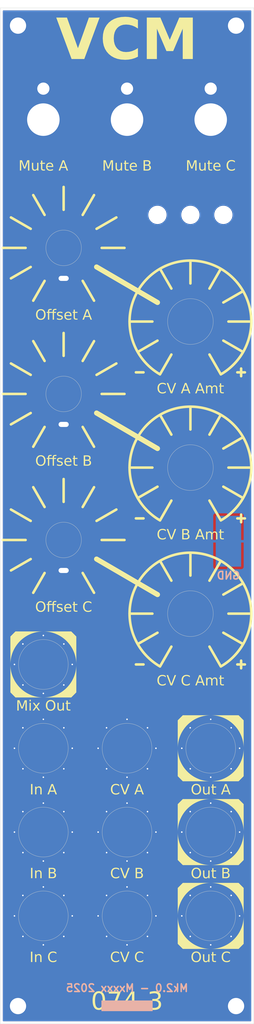
<source format=kicad_pcb>
(kicad_pcb (version 20241229) (generator "pcbnew") (generator_version "9.0")
  (title_block (title "Kosmo Format Front Panel - 5 cm") (company "DMH Instruments"))
  (layers (0 "F.Cu" signal) (2 "B.Cu" signal) (13 "F.Paste" user) (15 "B.Paste" user) (5 "F.SilkS" user "F.Silkscreen") (7 "B.SilkS" user "B.Silkscreen") (1 "F.Mask" user) (3 "B.Mask" user) (25 "Edge.Cuts" user))
  (net 0 "")
  (net 1 "GND")
  (footprint "SynthStuff:Pot_Cutout_Tiny" (layer "F.Cu") (at 62.5 134.75)
    (property "Reference" "H13")
    (property "Value" "Offset C" (at 0 13.3 0) (layer "F.SilkS") (effects (font (size 2 2))))
    (fp_line (start -7.499998 0) (end -12 0) (stroke (width 0.5)) (layer "F.SilkS"))
    (fp_line (start -6.49301 -3.753771) (end -10.394285 -5.996567) (stroke (width 0.5)) (layer "F.SilkS"))
    (fp_line (start -6.49301 3.753772) (end -10.394227 5.996669) (stroke (width 0.5)) (layer "F.SilkS"))
    (fp_line (start -3.753772 -6.49301) (end -5.996669 -10.394227) (stroke (width 0.5)) (layer "F.SilkS"))
    (fp_line (start -3.753771 6.49301) (end -5.996567 10.394285) (stroke (width 0.5)) (layer "F.SilkS"))
    (fp_line (start 0 -7.5) (end 0 -12) (stroke (width 0.5)) (layer "F.SilkS"))
    (fp_line (start 3.753771 -6.49301) (end 5.996567 -10.394285) (stroke (width 0.5)) (layer "F.SilkS"))
    (fp_line (start 3.753772 6.49301) (end 5.996669 10.394227) (stroke (width 0.5)) (layer "F.SilkS"))
    (fp_line (start 6.49301 -3.753772) (end 10.394227 -5.996669) (stroke (width 0.5)) (layer "F.SilkS"))
    (fp_line (start 6.49301 3.753771) (end 10.394285 5.996567) (stroke (width 0.5)) (layer "F.SilkS"))
    (fp_line (start 7.5 0) (end 12 0) (stroke (width 0.5)) (layer "F.SilkS"))
    (fp_circle (center 0 0) (end 0 3.5) (stroke (width 0.05)) (fill no) (layer "Edge.Cuts"))
    (pad "1" connect circle (at 0 0) (size 12 12) (layers "F.Cu" "F.Mask") (net 1 "GND"))
    (pad "1" connect circle (at 0 0) (size 12 12) (layers "B.Cu" "B.Mask") (net 1 "GND"))
    (pad "1" thru_hole oval (at 0 6) (size 2.5 1.5) (drill oval 2 1) (layers "*.Cu" "*.Mask") (net 1 "GND"))
  )
  (footprint "SynthStuff:MountingHole_Rails" (layer "F.Cu") (at 53.5 226.5)
    (property "Reference" "H3")
    (property "Value" "MountingHole_Rails" (hide yes))
    (pad "1" thru_hole circle (at 0 0) (size 4 4) (drill 3.2) (layers "*.Cu" "*.Mask") (net 1 "GND"))
  )
  (footprint "SynthStuff:Pot_Cutout_Tiny_attv_P110KH1" (layer "F.Cu") (at 87.5 149.25)
    (property "Reference" "H26")
    (property "Value" "CV C Amt" (at 0 13.3 0) (layer "F.SilkS") (effects (font (size 2 2))))
    (fp_line (start -10.75 10) (end -9.25 10) (stroke (width 0.5)) (layer "F.SilkS"))
    (fp_line (start -7.499998 0) (end -12 0) (stroke (width 0.5)) (layer "F.SilkS"))
    (fp_line (start -6.49301 -3.753771) (end -10.394285 -5.996567) (stroke (width 0.5)) (layer "F.SilkS"))
    (fp_line (start -6.49301 3.753772) (end -10.394227 5.996669) (stroke (width 0.5)) (layer "F.SilkS"))
    (fp_line (start -3.753772 -6.49301) (end -5.996669 -10.394227) (stroke (width 0.5)) (layer "F.SilkS"))
    (fp_line (start -3.753771 6.49301) (end -5.996567 10.394285) (stroke (width 0.5)) (layer "F.SilkS"))
    (fp_line (start 0 -7.5) (end 0 -12) (stroke (width 0.5)) (layer "F.SilkS"))
    (fp_line (start 3.753771 -6.49301) (end 5.996567 -10.394285) (stroke (width 0.5)) (layer "F.SilkS"))
    (fp_line (start 3.753772 6.49301) (end 5.996669 10.394227) (stroke (width 0.5)) (layer "F.SilkS"))
    (fp_line (start 6.49301 -3.753772) (end 10.394227 -5.996669) (stroke (width 0.5)) (layer "F.SilkS"))
    (fp_line (start 6.49301 3.753771) (end 10.394285 5.996567) (stroke (width 0.5)) (layer "F.SilkS"))
    (fp_line (start 7.5 0) (end 12 0) (stroke (width 0.5)) (layer "F.SilkS"))
    (fp_line (start 9.25 10) (end 10.75 10) (stroke (width 0.5)) (layer "F.SilkS"))
    (fp_line (start 10 10.75) (end 10 9.25) (stroke (width 0.5)) (layer "F.SilkS"))
    (fp_arc (start -5.996567 10.394285) (mid -11.591622 -3.103914) (end 0 -11.999999) (stroke (width 0.5)) (layer "F.SilkS"))
    (fp_arc (start 0 -11.999996) (mid 11.591604 -3.103969) (end 5.996669 10.394227) (stroke (width 0.5)) (layer "F.SilkS"))
    (fp_circle (center 0 0) (end 4.5 0) (stroke (width 0.05)) (fill no) (layer "Edge.Cuts"))
    (pad "1" connect circle (at 0 0) (size 12 12) (layers "F.Cu" "F.Mask") (net 1 "GND"))
    (pad "1" connect circle (at 0 0) (size 12 12) (layers "B.Cu" "B.Mask") (net 1 "GND"))
  )
  (footprint "SynthStuff:Jack_6.35mm_Cutout_Output_v6" (layer "F.Cu") (at 91.5 192.25)
    (property "Reference" "H11")
    (property "Value" "Out B" (at 0 8.25 0) (layer "F.SilkS") (effects (font (size 2 2))))
    (fp_poly (pts (xy -6.5 5.5) (arc (start -6.5 0) (mid -4.596194 4.596194) (end 0 6.5)) (xy -5.5 6.5)) (fill yes) (layer "F.SilkS"))
    (fp_poly (pts (xy -5.5 -6.5) (arc (start 0 -6.5) (mid -4.596194 -4.596194) (end -6.5 0)) (xy -6.5 -5.5)) (fill yes) (layer "F.SilkS"))
    (fp_poly (pts (xy 5.5 6.5) (arc (start 0 6.5) (mid 4.596194 4.596194) (end 6.5 0)) (xy 6.5 5.5)) (fill yes) (layer "F.SilkS"))
    (fp_poly (pts (xy 6.5 -5.5) (arc (start 6.5 0) (mid 4.596194 -4.596194) (end 0 -6.5)) (xy 5.5 -6.5)) (fill yes) (layer "F.SilkS"))
    (fp_circle (center 0 0) (end 0 -4.9) (stroke (width 0.05)) (fill no) (layer "Edge.Cuts"))
    (pad "1" thru_hole circle (at -5.7 0) (size 0.5 0.5) (drill 0.3) (layers "*.Cu" "*.Mask") (net 1 "GND"))
    (pad "1" thru_hole circle (at -4.04 -4.03) (size 0.5 0.5) (drill 0.3) (layers "*.Cu" "*.Mask") (net 1 "GND"))
    (pad "1" thru_hole circle (at -4.03 4.04) (size 0.5 0.5) (drill 0.3) (layers "*.Cu" "*.Mask") (net 1 "GND"))
    (pad "1" thru_hole circle (at 0 -5.7) (size 0.5 0.5) (drill 0.3) (layers "*.Cu" "*.Mask") (net 1 "GND"))
    (pad "1" connect circle (at 0 0) (size 12 12) (layers "F.Cu" "F.Mask") (net 1 "GND"))
    (pad "1" connect circle (at 0 0) (size 12 12) (layers "B.Cu" "B.Mask") (net 1 "GND"))
    (pad "1" thru_hole circle (at 0 5.7) (size 0.5 0.5) (drill 0.3) (layers "*.Cu" "*.Mask") (net 1 "GND"))
    (pad "1" thru_hole circle (at 4.03 4.04) (size 0.5 0.5) (drill 0.3) (layers "*.Cu" "*.Mask") (net 1 "GND"))
    (pad "1" thru_hole circle (at 4.04 -4.03) (size 0.5 0.5) (drill 0.3) (layers "*.Cu" "*.Mask") (net 1 "GND"))
    (pad "1" thru_hole circle (at 5.7 0) (size 0.5 0.5) (drill 0.3) (layers "*.Cu" "*.Mask") (net 1 "GND"))
  )
  (footprint "SynthStuff:MountingHole_LED_3mm" (layer "F.Cu") (at 87.5 70.75)
    (property "Reference" "H22" (hide yes))
    (property "Value" "LED" (hide yes))
    (pad "" np_thru_hole circle (at 0 0) (size 3.1 3.1) (drill 3.1) (layers "*.Cu" "*.Mask"))
  )
  (footprint "SynthStuff:Jack_6.35mm_Cutout_Output_v6" (layer "F.Cu") (at 91.5 175.75)
    (property "Reference" "H7")
    (property "Value" "Out A" (at 0 8.25 0) (layer "F.SilkS") (effects (font (size 2 2))))
    (fp_poly (pts (xy -6.5 5.5) (arc (start -6.5 0) (mid -4.596194 4.596194) (end 0 6.5)) (xy -5.5 6.5)) (fill yes) (layer "F.SilkS"))
    (fp_poly (pts (xy -5.5 -6.5) (arc (start 0 -6.5) (mid -4.596194 -4.596194) (end -6.5 0)) (xy -6.5 -5.5)) (fill yes) (layer "F.SilkS"))
    (fp_poly (pts (xy 5.5 6.5) (arc (start 0 6.5) (mid 4.596194 4.596194) (end 6.5 0)) (xy 6.5 5.5)) (fill yes) (layer "F.SilkS"))
    (fp_poly (pts (xy 6.5 -5.5) (arc (start 6.5 0) (mid 4.596194 -4.596194) (end 0 -6.5)) (xy 5.5 -6.5)) (fill yes) (layer "F.SilkS"))
    (fp_circle (center 0 0) (end 0 -4.9) (stroke (width 0.05)) (fill no) (layer "Edge.Cuts"))
    (pad "1" thru_hole circle (at -5.7 0) (size 0.5 0.5) (drill 0.3) (layers "*.Cu" "*.Mask") (net 1 "GND"))
    (pad "1" thru_hole circle (at -4.04 -4.03) (size 0.5 0.5) (drill 0.3) (layers "*.Cu" "*.Mask") (net 1 "GND"))
    (pad "1" thru_hole circle (at -4.03 4.04) (size 0.5 0.5) (drill 0.3) (layers "*.Cu" "*.Mask") (net 1 "GND"))
    (pad "1" thru_hole circle (at 0 -5.7) (size 0.5 0.5) (drill 0.3) (layers "*.Cu" "*.Mask") (net 1 "GND"))
    (pad "1" connect circle (at 0 0) (size 12 12) (layers "F.Cu" "F.Mask") (net 1 "GND"))
    (pad "1" connect circle (at 0 0) (size 12 12) (layers "B.Cu" "B.Mask") (net 1 "GND"))
    (pad "1" thru_hole circle (at 0 5.7) (size 0.5 0.5) (drill 0.3) (layers "*.Cu" "*.Mask") (net 1 "GND"))
    (pad "1" thru_hole circle (at 4.03 4.04) (size 0.5 0.5) (drill 0.3) (layers "*.Cu" "*.Mask") (net 1 "GND"))
    (pad "1" thru_hole circle (at 4.04 -4.03) (size 0.5 0.5) (drill 0.3) (layers "*.Cu" "*.Mask") (net 1 "GND"))
    (pad "1" thru_hole circle (at 5.7 0) (size 0.5 0.5) (drill 0.3) (layers "*.Cu" "*.Mask") (net 1 "GND"))
  )
  (footprint "SynthStuff:Toggle_Switch_TE_Cutout" (layer "F.Cu") (at 75 52)
    (property "Reference" "H20")
    (property "Value" "Mute B" (at 0 9.2 0) (layer "F.SilkS") (effects (font (size 2 2))))
    (pad "1" thru_hole circle (at 0 -6.1) (size 2.9 2.9) (drill 2.4) (layers "*.Cu" "*.Mask") (net 1 "GND"))
    (pad "1" thru_hole circle (at 0 0) (size 13 13) (drill 6.4) (layers "*.Cu" "*.Mask") (net 1 "GND"))
  )
  (footprint "SynthStuff:Jack_6.35mm_Cutout_v3" (layer "F.Cu") (at 75 208.75)
    (property "Reference" "H16")
    (property "Value" "CV C" (at 0 8.25 0) (layer "F.SilkS") (effects (font (size 2 2))))
    (fp_circle (center 0 0) (end 0 -4.9) (stroke (width 0.05)) (fill no) (layer "Edge.Cuts"))
    (pad "1" thru_hole circle (at -5.7 0) (size 0.5 0.5) (drill 0.3) (layers "*.Cu" "*.Mask") (net 1 "GND"))
    (pad "1" thru_hole circle (at -4.04 -4.03) (size 0.5 0.5) (drill 0.3) (layers "*.Cu" "*.Mask") (net 1 "GND"))
    (pad "1" thru_hole circle (at -4.03 4.04) (size 0.5 0.5) (drill 0.3) (layers "*.Cu" "*.Mask") (net 1 "GND"))
    (pad "1" thru_hole circle (at 0 -5.7) (size 0.5 0.5) (drill 0.3) (layers "*.Cu" "*.Mask") (net 1 "GND"))
    (pad "1" connect circle (at 0 0) (size 12 12) (layers "F.Cu" "F.Mask") (net 1 "GND"))
    (pad "1" connect circle (at 0 0) (size 12 12) (layers "B.Cu" "B.Mask") (net 1 "GND"))
    (pad "1" thru_hole circle (at 0 5.7) (size 0.5 0.5) (drill 0.3) (layers "*.Cu" "*.Mask") (net 1 "GND"))
    (pad "1" thru_hole circle (at 4.03 4.04) (size 0.5 0.5) (drill 0.3) (layers "*.Cu" "*.Mask") (net 1 "GND"))
    (pad "1" thru_hole circle (at 4.04 -4.03) (size 0.5 0.5) (drill 0.3) (layers "*.Cu" "*.Mask") (net 1 "GND"))
    (pad "1" thru_hole circle (at 5.7 0) (size 0.5 0.5) (drill 0.3) (layers "*.Cu" "*.Mask") (net 1 "GND"))
  )
  (footprint "SynthStuff:MountingHole_LED_3mm" (layer "F.Cu") (at 94 70.75)
    (property "Reference" "H23" (hide yes))
    (property "Value" "LED" (hide yes))
    (pad "" np_thru_hole circle (at 0 0) (size 3.1 3.1) (drill 3.1) (layers "*.Cu" "*.Mask"))
  )
  (footprint "SynthStuff:Pot_Cutout_Tiny_attv_P110KH1" (layer "F.Cu") (at 87.5 120.5)
    (property "Reference" "H25")
    (property "Value" "CV B Amt" (at 0 13.3 0) (layer "F.SilkS") (effects (font (size 2 2))))
    (fp_line (start -10.75 10) (end -9.25 10) (stroke (width 0.5)) (layer "F.SilkS"))
    (fp_line (start -7.499998 0) (end -12 0) (stroke (width 0.5)) (layer "F.SilkS"))
    (fp_line (start -6.49301 -3.753771) (end -10.394285 -5.996567) (stroke (width 0.5)) (layer "F.SilkS"))
    (fp_line (start -6.49301 3.753772) (end -10.394227 5.996669) (stroke (width 0.5)) (layer "F.SilkS"))
    (fp_line (start -3.753772 -6.49301) (end -5.996669 -10.394227) (stroke (width 0.5)) (layer "F.SilkS"))
    (fp_line (start -3.753771 6.49301) (end -5.996567 10.394285) (stroke (width 0.5)) (layer "F.SilkS"))
    (fp_line (start 0 -7.5) (end 0 -12) (stroke (width 0.5)) (layer "F.SilkS"))
    (fp_line (start 3.753771 -6.49301) (end 5.996567 -10.394285) (stroke (width 0.5)) (layer "F.SilkS"))
    (fp_line (start 3.753772 6.49301) (end 5.996669 10.394227) (stroke (width 0.5)) (layer "F.SilkS"))
    (fp_line (start 6.49301 -3.753772) (end 10.394227 -5.996669) (stroke (width 0.5)) (layer "F.SilkS"))
    (fp_line (start 6.49301 3.753771) (end 10.394285 5.996567) (stroke (width 0.5)) (layer "F.SilkS"))
    (fp_line (start 7.5 0) (end 12 0) (stroke (width 0.5)) (layer "F.SilkS"))
    (fp_line (start 9.25 10) (end 10.75 10) (stroke (width 0.5)) (layer "F.SilkS"))
    (fp_line (start 10 10.75) (end 10 9.25) (stroke (width 0.5)) (layer "F.SilkS"))
    (fp_arc (start -5.996567 10.394285) (mid -11.591622 -3.103914) (end 0 -11.999999) (stroke (width 0.5)) (layer "F.SilkS"))
    (fp_arc (start 0 -11.999996) (mid 11.591604 -3.103969) (end 5.996669 10.394227) (stroke (width 0.5)) (layer "F.SilkS"))
    (fp_circle (center 0 0) (end 4.5 0) (stroke (width 0.05)) (fill no) (layer "Edge.Cuts"))
    (pad "1" connect circle (at 0 0) (size 12 12) (layers "F.Cu" "F.Mask") (net 1 "GND"))
    (pad "1" connect circle (at 0 0) (size 12 12) (layers "B.Cu" "B.Mask") (net 1 "GND"))
  )
  (footprint "SynthStuff:MountingHole_LED_3mm" (layer "F.Cu") (at 81 70.75)
    (property "Reference" "H17" (hide yes))
    (property "Value" "LED" (hide yes))
    (pad "" np_thru_hole circle (at 0 0) (size 3.1 3.1) (drill 3.1) (layers "*.Cu" "*.Mask"))
  )
  (footprint "SynthStuff:Jack_6.35mm_Cutout_Output_v6" (layer "F.Cu") (at 91.5 208.75)
    (property "Reference" "H15")
    (property "Value" "Out C" (at 0 8.25 0) (layer "F.SilkS") (effects (font (size 2 2))))
    (fp_poly (pts (xy -6.5 5.5) (arc (start -6.5 0) (mid -4.596194 4.596194) (end 0 6.5)) (xy -5.5 6.5)) (fill yes) (layer "F.SilkS"))
    (fp_poly (pts (xy -5.5 -6.5) (arc (start 0 -6.5) (mid -4.596194 -4.596194) (end -6.5 0)) (xy -6.5 -5.5)) (fill yes) (layer "F.SilkS"))
    (fp_poly (pts (xy 5.5 6.5) (arc (start 0 6.5) (mid 4.596194 4.596194) (end 6.5 0)) (xy 6.5 5.5)) (fill yes) (layer "F.SilkS"))
    (fp_poly (pts (xy 6.5 -5.5) (arc (start 6.5 0) (mid 4.596194 -4.596194) (end 0 -6.5)) (xy 5.5 -6.5)) (fill yes) (layer "F.SilkS"))
    (fp_circle (center 0 0) (end 0 -4.9) (stroke (width 0.05)) (fill no) (layer "Edge.Cuts"))
    (pad "1" thru_hole circle (at -5.7 0) (size 0.5 0.5) (drill 0.3) (layers "*.Cu" "*.Mask") (net 1 "GND"))
    (pad "1" thru_hole circle (at -4.04 -4.03) (size 0.5 0.5) (drill 0.3) (layers "*.Cu" "*.Mask") (net 1 "GND"))
    (pad "1" thru_hole circle (at -4.03 4.04) (size 0.5 0.5) (drill 0.3) (layers "*.Cu" "*.Mask") (net 1 "GND"))
    (pad "1" thru_hole circle (at 0 -5.7) (size 0.5 0.5) (drill 0.3) (layers "*.Cu" "*.Mask") (net 1 "GND"))
    (pad "1" connect circle (at 0 0) (size 12 12) (layers "F.Cu" "F.Mask") (net 1 "GND"))
    (pad "1" connect circle (at 0 0) (size 12 12) (layers "B.Cu" "B.Mask") (net 1 "GND"))
    (pad "1" thru_hole circle (at 0 5.7) (size 0.5 0.5) (drill 0.3) (layers "*.Cu" "*.Mask") (net 1 "GND"))
    (pad "1" thru_hole circle (at 4.03 4.04) (size 0.5 0.5) (drill 0.3) (layers "*.Cu" "*.Mask") (net 1 "GND"))
    (pad "1" thru_hole circle (at 4.04 -4.03) (size 0.5 0.5) (drill 0.3) (layers "*.Cu" "*.Mask") (net 1 "GND"))
    (pad "1" thru_hole circle (at 5.7 0) (size 0.5 0.5) (drill 0.3) (layers "*.Cu" "*.Mask") (net 1 "GND"))
  )
  (footprint "SynthStuff:Pot_Cutout_Tiny_attv_P110KH1" (layer "F.Cu") (at 87.5 91.75)
    (property "Reference" "H24")
    (property "Value" "CV A Amt" (at 0 13.3 0) (layer "F.SilkS") (effects (font (size 2 2))))
    (fp_line (start -10.75 10) (end -9.25 10) (stroke (width 0.5)) (layer "F.SilkS"))
    (fp_line (start -7.499998 0) (end -12 0) (stroke (width 0.5)) (layer "F.SilkS"))
    (fp_line (start -6.49301 -3.753771) (end -10.394285 -5.996567) (stroke (width 0.5)) (layer "F.SilkS"))
    (fp_line (start -6.49301 3.753772) (end -10.394227 5.996669) (stroke (width 0.5)) (layer "F.SilkS"))
    (fp_line (start -3.753772 -6.49301) (end -5.996669 -10.394227) (stroke (width 0.5)) (layer "F.SilkS"))
    (fp_line (start -3.753771 6.49301) (end -5.996567 10.394285) (stroke (width 0.5)) (layer "F.SilkS"))
    (fp_line (start 0 -7.5) (end 0 -12) (stroke (width 0.5)) (layer "F.SilkS"))
    (fp_line (start 3.753771 -6.49301) (end 5.996567 -10.394285) (stroke (width 0.5)) (layer "F.SilkS"))
    (fp_line (start 3.753772 6.49301) (end 5.996669 10.394227) (stroke (width 0.5)) (layer "F.SilkS"))
    (fp_line (start 6.49301 -3.753772) (end 10.394227 -5.996669) (stroke (width 0.5)) (layer "F.SilkS"))
    (fp_line (start 6.49301 3.753771) (end 10.394285 5.996567) (stroke (width 0.5)) (layer "F.SilkS"))
    (fp_line (start 7.5 0) (end 12 0) (stroke (width 0.5)) (layer "F.SilkS"))
    (fp_line (start 9.25 10) (end 10.75 10) (stroke (width 0.5)) (layer "F.SilkS"))
    (fp_line (start 10 10.75) (end 10 9.25) (stroke (width 0.5)) (layer "F.SilkS"))
    (fp_arc (start -5.996567 10.394285) (mid -11.591622 -3.103914) (end 0 -11.999999) (stroke (width 0.5)) (layer "F.SilkS"))
    (fp_arc (start 0 -11.999996) (mid 11.591604 -3.103969) (end 5.996669 10.394227) (stroke (width 0.5)) (layer "F.SilkS"))
    (fp_circle (center 0 0) (end 4.5 0) (stroke (width 0.05)) (fill no) (layer "Edge.Cuts"))
    (pad "1" connect circle (at 0 0) (size 12 12) (layers "F.Cu" "F.Mask") (net 1 "GND"))
    (pad "1" connect circle (at 0 0) (size 12 12) (layers "B.Cu" "B.Mask") (net 1 "GND"))
  )
  (footprint "SynthStuff:Jack_6.35mm_Cutout_v3" (layer "F.Cu") (at 75 192.25)
    (property "Reference" "H12")
    (property "Value" "CV B" (at 0 8.25 0) (layer "F.SilkS") (effects (font (size 2 2))))
    (fp_circle (center 0 0) (end 0 -4.9) (stroke (width 0.05)) (fill no) (layer "Edge.Cuts"))
    (pad "1" thru_hole circle (at -5.7 0) (size 0.5 0.5) (drill 0.3) (layers "*.Cu" "*.Mask") (net 1 "GND"))
    (pad "1" thru_hole circle (at -4.04 -4.03) (size 0.5 0.5) (drill 0.3) (layers "*.Cu" "*.Mask") (net 1 "GND"))
    (pad "1" thru_hole circle (at -4.03 4.04) (size 0.5 0.5) (drill 0.3) (layers "*.Cu" "*.Mask") (net 1 "GND"))
    (pad "1" thru_hole circle (at 0 -5.7) (size 0.5 0.5) (drill 0.3) (layers "*.Cu" "*.Mask") (net 1 "GND"))
    (pad "1" connect circle (at 0 0) (size 12 12) (layers "F.Cu" "F.Mask") (net 1 "GND"))
    (pad "1" connect circle (at 0 0) (size 12 12) (layers "B.Cu" "B.Mask") (net 1 "GND"))
    (pad "1" thru_hole circle (at 0 5.7) (size 0.5 0.5) (drill 0.3) (layers "*.Cu" "*.Mask") (net 1 "GND"))
    (pad "1" thru_hole circle (at 4.03 4.04) (size 0.5 0.5) (drill 0.3) (layers "*.Cu" "*.Mask") (net 1 "GND"))
    (pad "1" thru_hole circle (at 4.04 -4.03) (size 0.5 0.5) (drill 0.3) (layers "*.Cu" "*.Mask") (net 1 "GND"))
    (pad "1" thru_hole circle (at 5.7 0) (size 0.5 0.5) (drill 0.3) (layers "*.Cu" "*.Mask") (net 1 "GND"))
  )
  (footprint "SynthStuff:Jack_6.35mm_Cutout_v3" (layer "F.Cu") (at 58.5 208.75)
    (property "Reference" "H14")
    (property "Value" "In C" (at 0 8.25 0) (layer "F.SilkS") (effects (font (size 2 2))))
    (fp_circle (center 0 0) (end 0 -4.9) (stroke (width 0.05)) (fill no) (layer "Edge.Cuts"))
    (pad "1" thru_hole circle (at -5.7 0) (size 0.5 0.5) (drill 0.3) (layers "*.Cu" "*.Mask") (net 1 "GND"))
    (pad "1" thru_hole circle (at -4.04 -4.03) (size 0.5 0.5) (drill 0.3) (layers "*.Cu" "*.Mask") (net 1 "GND"))
    (pad "1" thru_hole circle (at -4.03 4.04) (size 0.5 0.5) (drill 0.3) (layers "*.Cu" "*.Mask") (net 1 "GND"))
    (pad "1" thru_hole circle (at 0 -5.7) (size 0.5 0.5) (drill 0.3) (layers "*.Cu" "*.Mask") (net 1 "GND"))
    (pad "1" connect circle (at 0 0) (size 12 12) (layers "F.Cu" "F.Mask") (net 1 "GND"))
    (pad "1" connect circle (at 0 0) (size 12 12) (layers "B.Cu" "B.Mask") (net 1 "GND"))
    (pad "1" thru_hole circle (at 0 5.7) (size 0.5 0.5) (drill 0.3) (layers "*.Cu" "*.Mask") (net 1 "GND"))
    (pad "1" thru_hole circle (at 4.03 4.04) (size 0.5 0.5) (drill 0.3) (layers "*.Cu" "*.Mask") (net 1 "GND"))
    (pad "1" thru_hole circle (at 4.04 -4.03) (size 0.5 0.5) (drill 0.3) (layers "*.Cu" "*.Mask") (net 1 "GND"))
    (pad "1" thru_hole circle (at 5.7 0) (size 0.5 0.5) (drill 0.3) (layers "*.Cu" "*.Mask") (net 1 "GND"))
  )
  (footprint "SynthStuff:Jack_6.35mm_Cutout_v3" (layer "F.Cu") (at 58.5 192.25)
    (property "Reference" "H10")
    (property "Value" "In B" (at 0 8.25 0) (layer "F.SilkS") (effects (font (size 2 2))))
    (fp_circle (center 0 0) (end 0 -4.9) (stroke (width 0.05)) (fill no) (layer "Edge.Cuts"))
    (pad "1" thru_hole circle (at -5.7 0) (size 0.5 0.5) (drill 0.3) (layers "*.Cu" "*.Mask") (net 1 "GND"))
    (pad "1" thru_hole circle (at -4.04 -4.03) (size 0.5 0.5) (drill 0.3) (layers "*.Cu" "*.Mask") (net 1 "GND"))
    (pad "1" thru_hole circle (at -4.03 4.04) (size 0.5 0.5) (drill 0.3) (layers "*.Cu" "*.Mask") (net 1 "GND"))
    (pad "1" thru_hole circle (at 0 -5.7) (size 0.5 0.5) (drill 0.3) (layers "*.Cu" "*.Mask") (net 1 "GND"))
    (pad "1" connect circle (at 0 0) (size 12 12) (layers "F.Cu" "F.Mask") (net 1 "GND"))
    (pad "1" connect circle (at 0 0) (size 12 12) (layers "B.Cu" "B.Mask") (net 1 "GND"))
    (pad "1" thru_hole circle (at 0 5.7) (size 0.5 0.5) (drill 0.3) (layers "*.Cu" "*.Mask") (net 1 "GND"))
    (pad "1" thru_hole circle (at 4.03 4.04) (size 0.5 0.5) (drill 0.3) (layers "*.Cu" "*.Mask") (net 1 "GND"))
    (pad "1" thru_hole circle (at 4.04 -4.03) (size 0.5 0.5) (drill 0.3) (layers "*.Cu" "*.Mask") (net 1 "GND"))
    (pad "1" thru_hole circle (at 5.7 0) (size 0.5 0.5) (drill 0.3) (layers "*.Cu" "*.Mask") (net 1 "GND"))
  )
  (footprint "SynthStuff:Pot_Cutout_Tiny" (layer "F.Cu") (at 62.5 77.25)
    (property "Reference" "H5")
    (property "Value" "Offset A" (at 0 13.3 0) (layer "F.SilkS") (effects (font (size 2 2))))
    (fp_line (start -7.499998 0) (end -12 0) (stroke (width 0.5)) (layer "F.SilkS"))
    (fp_line (start -6.49301 -3.753771) (end -10.394285 -5.996567) (stroke (width 0.5)) (layer "F.SilkS"))
    (fp_line (start -6.49301 3.753772) (end -10.394227 5.996669) (stroke (width 0.5)) (layer "F.SilkS"))
    (fp_line (start -3.753772 -6.49301) (end -5.996669 -10.394227) (stroke (width 0.5)) (layer "F.SilkS"))
    (fp_line (start -3.753771 6.49301) (end -5.996567 10.394285) (stroke (width 0.5)) (layer "F.SilkS"))
    (fp_line (start 0 -7.5) (end 0 -12) (stroke (width 0.5)) (layer "F.SilkS"))
    (fp_line (start 3.753771 -6.49301) (end 5.996567 -10.394285) (stroke (width 0.5)) (layer "F.SilkS"))
    (fp_line (start 3.753772 6.49301) (end 5.996669 10.394227) (stroke (width 0.5)) (layer "F.SilkS"))
    (fp_line (start 6.49301 -3.753772) (end 10.394227 -5.996669) (stroke (width 0.5)) (layer "F.SilkS"))
    (fp_line (start 6.49301 3.753771) (end 10.394285 5.996567) (stroke (width 0.5)) (layer "F.SilkS"))
    (fp_line (start 7.5 0) (end 12 0) (stroke (width 0.5)) (layer "F.SilkS"))
    (fp_circle (center 0 0) (end 0 3.5) (stroke (width 0.05)) (fill no) (layer "Edge.Cuts"))
    (pad "1" connect circle (at 0 0) (size 12 12) (layers "F.Cu" "F.Mask") (net 1 "GND"))
    (pad "1" connect circle (at 0 0) (size 12 12) (layers "B.Cu" "B.Mask") (net 1 "GND"))
    (pad "1" thru_hole oval (at 0 6) (size 2.5 1.5) (drill oval 2 1) (layers "*.Cu" "*.Mask") (net 1 "GND"))
  )
  (footprint "SynthStuff:Toggle_Switch_TE_Cutout" (layer "F.Cu") (at 91.5 52)
    (property "Reference" "H21")
    (property "Value" "Mute C" (at 0 9.2 0) (layer "F.SilkS") (effects (font (size 2 2))))
    (pad "1" thru_hole circle (at 0 -6.1) (size 2.9 2.9) (drill 2.4) (layers "*.Cu" "*.Mask") (net 1 "GND"))
    (pad "1" thru_hole circle (at 0 0) (size 13 13) (drill 6.4) (layers "*.Cu" "*.Mask") (net 1 "GND"))
  )
  (footprint "SynthStuff:MountingHole_Rails" (layer "F.Cu") (at 96.5 33.5)
    (property "Reference" "H2")
    (property "Value" "MountingHole_Rails" (hide yes))
    (pad "1" thru_hole circle (at 0 0) (size 4 4) (drill 3.2) (layers "*.Cu" "*.Mask") (net 1 "GND"))
  )
  (footprint "SynthStuff:MountingHole_Rails" (layer "F.Cu") (at 96.5 226.5)
    (property "Reference" "H4")
    (property "Value" "MountingHole_Rails" (hide yes))
    (pad "1" thru_hole circle (at 0 0) (size 4 4) (drill 3.2) (layers "*.Cu" "*.Mask") (net 1 "GND"))
  )
  (footprint "SynthStuff:MountingHole_Rails" (layer "F.Cu") (at 53.5 33.5)
    (property "Reference" "H1")
    (property "Value" "MountingHole_Rails" (hide yes))
    (pad "1" thru_hole circle (at 0 0) (size 4 4) (drill 3.2) (layers "*.Cu" "*.Mask") (net 1 "GND"))
  )
  (footprint "SynthStuff:Toggle_Switch_TE_Cutout" (layer "F.Cu") (at 58.5 52)
    (property "Reference" "H19")
    (property "Value" "Mute A" (at 0 9.2 0) (layer "F.SilkS") (effects (font (size 2 2))))
    (pad "1" thru_hole circle (at 0 -6.1) (size 2.9 2.9) (drill 2.4) (layers "*.Cu" "*.Mask") (net 1 "GND"))
    (pad "1" thru_hole circle (at 0 0) (size 13 13) (drill 6.4) (layers "*.Cu" "*.Mask") (net 1 "GND"))
  )
  (footprint "SynthStuff:Pot_Cutout_Tiny" (layer "F.Cu") (at 62.5 106)
    (property "Reference" "H9")
    (property "Value" "Offset B" (at 0 13.3 0) (layer "F.SilkS") (effects (font (size 2 2))))
    (fp_line (start -7.499998 0) (end -12 0) (stroke (width 0.5)) (layer "F.SilkS"))
    (fp_line (start -6.49301 -3.753771) (end -10.394285 -5.996567) (stroke (width 0.5)) (layer "F.SilkS"))
    (fp_line (start -6.49301 3.753772) (end -10.394227 5.996669) (stroke (width 0.5)) (layer "F.SilkS"))
    (fp_line (start -3.753772 -6.49301) (end -5.996669 -10.394227) (stroke (width 0.5)) (layer "F.SilkS"))
    (fp_line (start -3.753771 6.49301) (end -5.996567 10.394285) (stroke (width 0.5)) (layer "F.SilkS"))
    (fp_line (start 0 -7.5) (end 0 -12) (stroke (width 0.5)) (layer "F.SilkS"))
    (fp_line (start 3.753771 -6.49301) (end 5.996567 -10.394285) (stroke (width 0.5)) (layer "F.SilkS"))
    (fp_line (start 3.753772 6.49301) (end 5.996669 10.394227) (stroke (width 0.5)) (layer "F.SilkS"))
    (fp_line (start 6.49301 -3.753772) (end 10.394227 -5.996669) (stroke (width 0.5)) (layer "F.SilkS"))
    (fp_line (start 6.49301 3.753771) (end 10.394285 5.996567) (stroke (width 0.5)) (layer "F.SilkS"))
    (fp_line (start 7.5 0) (end 12 0) (stroke (width 0.5)) (layer "F.SilkS"))
    (fp_circle (center 0 0) (end 0 3.5) (stroke (width 0.05)) (fill no) (layer "Edge.Cuts"))
    (pad "1" connect circle (at 0 0) (size 12 12) (layers "F.Cu" "F.Mask") (net 1 "GND"))
    (pad "1" connect circle (at 0 0) (size 12 12) (layers "B.Cu" "B.Mask") (net 1 "GND"))
    (pad "1" thru_hole oval (at 0 6) (size 2.5 1.5) (drill oval 2 1) (layers "*.Cu" "*.Mask") (net 1 "GND"))
  )
  (footprint "SynthStuff:Jack_6.35mm_Cutout_v3" (layer "F.Cu") (at 58.5 175.75)
    (property "Reference" "H6")
    (property "Value" "In A" (at 0 8.25 0) (layer "F.SilkS") (effects (font (size 2 2))))
    (fp_circle (center 0 0) (end 0 -4.9) (stroke (width 0.05)) (fill no) (layer "Edge.Cuts"))
    (pad "1" thru_hole circle (at -5.7 0) (size 0.5 0.5) (drill 0.3) (layers "*.Cu" "*.Mask") (net 1 "GND"))
    (pad "1" thru_hole circle (at -4.04 -4.03) (size 0.5 0.5) (drill 0.3) (layers "*.Cu" "*.Mask") (net 1 "GND"))
    (pad "1" thru_hole circle (at -4.03 4.04) (size 0.5 0.5) (drill 0.3) (layers "*.Cu" "*.Mask") (net 1 "GND"))
    (pad "1" thru_hole circle (at 0 -5.7) (size 0.5 0.5) (drill 0.3) (layers "*.Cu" "*.Mask") (net 1 "GND"))
    (pad "1" connect circle (at 0 0) (size 12 12) (layers "F.Cu" "F.Mask") (net 1 "GND"))
    (pad "1" connect circle (at 0 0) (size 12 12) (layers "B.Cu" "B.Mask") (net 1 "GND"))
    (pad "1" thru_hole circle (at 0 5.7) (size 0.5 0.5) (drill 0.3) (layers "*.Cu" "*.Mask") (net 1 "GND"))
    (pad "1" thru_hole circle (at 4.03 4.04) (size 0.5 0.5) (drill 0.3) (layers "*.Cu" "*.Mask") (net 1 "GND"))
    (pad "1" thru_hole circle (at 4.04 -4.03) (size 0.5 0.5) (drill 0.3) (layers "*.Cu" "*.Mask") (net 1 "GND"))
    (pad "1" thru_hole circle (at 5.7 0) (size 0.5 0.5) (drill 0.3) (layers "*.Cu" "*.Mask") (net 1 "GND"))
  )
  (footprint "SynthStuff:Jack_6.35mm_Cutout_Output_v6" (layer "F.Cu") (at 58.5 159.25)
    (property "Reference" "H18")
    (property "Value" "Mix Out" (at 0 8.25 0) (layer "F.SilkS") (effects (font (size 2 2))))
    (fp_poly (pts (xy -6.5 5.5) (arc (start -6.5 0) (mid -4.596194 4.596194) (end 0 6.5)) (xy -5.5 6.5)) (fill yes) (layer "F.SilkS"))
    (fp_poly (pts (xy -5.5 -6.5) (arc (start 0 -6.5) (mid -4.596194 -4.596194) (end -6.5 0)) (xy -6.5 -5.5)) (fill yes) (layer "F.SilkS"))
    (fp_poly (pts (xy 5.5 6.5) (arc (start 0 6.5) (mid 4.596194 4.596194) (end 6.5 0)) (xy 6.5 5.5)) (fill yes) (layer "F.SilkS"))
    (fp_poly (pts (xy 6.5 -5.5) (arc (start 6.5 0) (mid 4.596194 -4.596194) (end 0 -6.5)) (xy 5.5 -6.5)) (fill yes) (layer "F.SilkS"))
    (fp_circle (center 0 0) (end 0 -4.9) (stroke (width 0.05)) (fill no) (layer "Edge.Cuts"))
    (pad "1" thru_hole circle (at -5.7 0) (size 0.5 0.5) (drill 0.3) (layers "*.Cu" "*.Mask") (net 1 "GND"))
    (pad "1" thru_hole circle (at -4.04 -4.03) (size 0.5 0.5) (drill 0.3) (layers "*.Cu" "*.Mask") (net 1 "GND"))
    (pad "1" thru_hole circle (at -4.03 4.04) (size 0.5 0.5) (drill 0.3) (layers "*.Cu" "*.Mask") (net 1 "GND"))
    (pad "1" thru_hole circle (at 0 -5.7) (size 0.5 0.5) (drill 0.3) (layers "*.Cu" "*.Mask") (net 1 "GND"))
    (pad "1" connect circle (at 0 0) (size 12 12) (layers "F.Cu" "F.Mask") (net 1 "GND"))
    (pad "1" connect circle (at 0 0) (size 12 12) (layers "B.Cu" "B.Mask") (net 1 "GND"))
    (pad "1" thru_hole circle (at 0 5.7) (size 0.5 0.5) (drill 0.3) (layers "*.Cu" "*.Mask") (net 1 "GND"))
    (pad "1" thru_hole circle (at 4.03 4.04) (size 0.5 0.5) (drill 0.3) (layers "*.Cu" "*.Mask") (net 1 "GND"))
    (pad "1" thru_hole circle (at 4.04 -4.03) (size 0.5 0.5) (drill 0.3) (layers "*.Cu" "*.Mask") (net 1 "GND"))
    (pad "1" thru_hole circle (at 5.7 0) (size 0.5 0.5) (drill 0.3) (layers "*.Cu" "*.Mask") (net 1 "GND"))
  )
  (footprint "SynthStuff:Jack_6.35mm_Cutout_v3" (layer "F.Cu") (at 75 175.75)
    (property "Reference" "H8")
    (property "Value" "CV A" (at 0 8.25 0) (layer "F.SilkS") (effects (font (size 2 2))))
    (fp_circle (center 0 0) (end 0 -4.9) (stroke (width 0.05)) (fill no) (layer "Edge.Cuts"))
    (pad "1" thru_hole circle (at -5.7 0) (size 0.5 0.5) (drill 0.3) (layers "*.Cu" "*.Mask") (net 1 "GND"))
    (pad "1" thru_hole circle (at -4.04 -4.03) (size 0.5 0.5) (drill 0.3) (layers "*.Cu" "*.Mask") (net 1 "GND"))
    (pad "1" thru_hole circle (at -4.03 4.04) (size 0.5 0.5) (drill 0.3) (layers "*.Cu" "*.Mask") (net 1 "GND"))
    (pad "1" thru_hole circle (at 0 -5.7) (size 0.5 0.5) (drill 0.3) (layers "*.Cu" "*.Mask") (net 1 "GND"))
    (pad "1" connect circle (at 0 0) (size 12 12) (layers "F.Cu" "F.Mask") (net 1 "GND"))
    (pad "1" connect circle (at 0 0) (size 12 12) (layers "B.Cu" "B.Mask") (net 1 "GND"))
    (pad "1" thru_hole circle (at 0 5.7) (size 0.5 0.5) (drill 0.3) (layers "*.Cu" "*.Mask") (net 1 "GND"))
    (pad "1" thru_hole circle (at 4.03 4.04) (size 0.5 0.5) (drill 0.3) (layers "*.Cu" "*.Mask") (net 1 "GND"))
    (pad "1" thru_hole circle (at 4.04 -4.03) (size 0.5 0.5) (drill 0.3) (layers "*.Cu" "*.Mask") (net 1 "GND"))
    (pad "1" thru_hole circle (at 5.7 0) (size 0.5 0.5) (drill 0.3) (layers "*.Cu" "*.Mask") (net 1 "GND"))
  )
  (footprint "SynthStuff:Panel_GND_SolderWirePad_5x10mm" (layer "B.Cu") (at 95 135 180)
    (property "Reference" "J0" (hide yes))
    (property "Value" "Panel_GND_Solder_Wire_Pad" (hide yes))
    (property "Function" "GND" (at 0 -6.75 0) (layer "B.SilkS") (effects (font (size 1.5 1.5) (thickness 0.3) (bold yes)) (justify mirror)))
    (pad "1" smd rect (at 0 0 180) (size 5 10) (layers "B.Cu" "B.Mask" "B.Paste") (net 1 "GND"))
  )
  (gr_line (start 68.99301 138.503771) (end 81.00699 145.496229) (stroke (width 1)) (layer "F.SilkS"))
  (gr_line (start 68.99301 81.003771) (end 81.00699 87.996229) (stroke (width 1)) (layer "F.SilkS"))
  (gr_line (start 68.99301 109.753771) (end 81.00699 116.746229) (stroke (width 1)) (layer "F.SilkS"))
  (gr_rect (start 70 225.45) (end 80 227.45) (stroke (width 0.1)) (fill yes) (layer "B.SilkS"))
  (gr_rect (start 50 30) (end 100 230) (stroke (width 0.05)) (fill no) (layer "Edge.Cuts"))
  (gr_text "VCM" (at 75 36.75 0) (layer "F.SilkS") (effects (font (size 8 8) (thickness 0.8) (bold yes))))
  (gr_text "074-3" (at 75 225.75 0) (layer "F.SilkS") (effects (font (size 3.5 3.5) (thickness 0.875))))
  (gr_text "Mk2.0 - Mxxxx 2025" (at 75 222.95 0) (layer "B.SilkS") (effects (font (size 1.5 1.5) (thickness 0.3) (bold yes)) (justify mirror)))
  (zone (net 1) (net_name "GND") (layers "F.Cu" "B.Cu") (name "GroundPlane") (connect_pads yes (clearance 0.5)) (min_thickness 0.25) (fill yes (thermal_gap 0.5) (thermal_bridge_width 0.5))
    (polygon (pts (xy 50 30) (xy 100 30) (xy 100 230) (xy 50 230)))
  )
)
</source>
